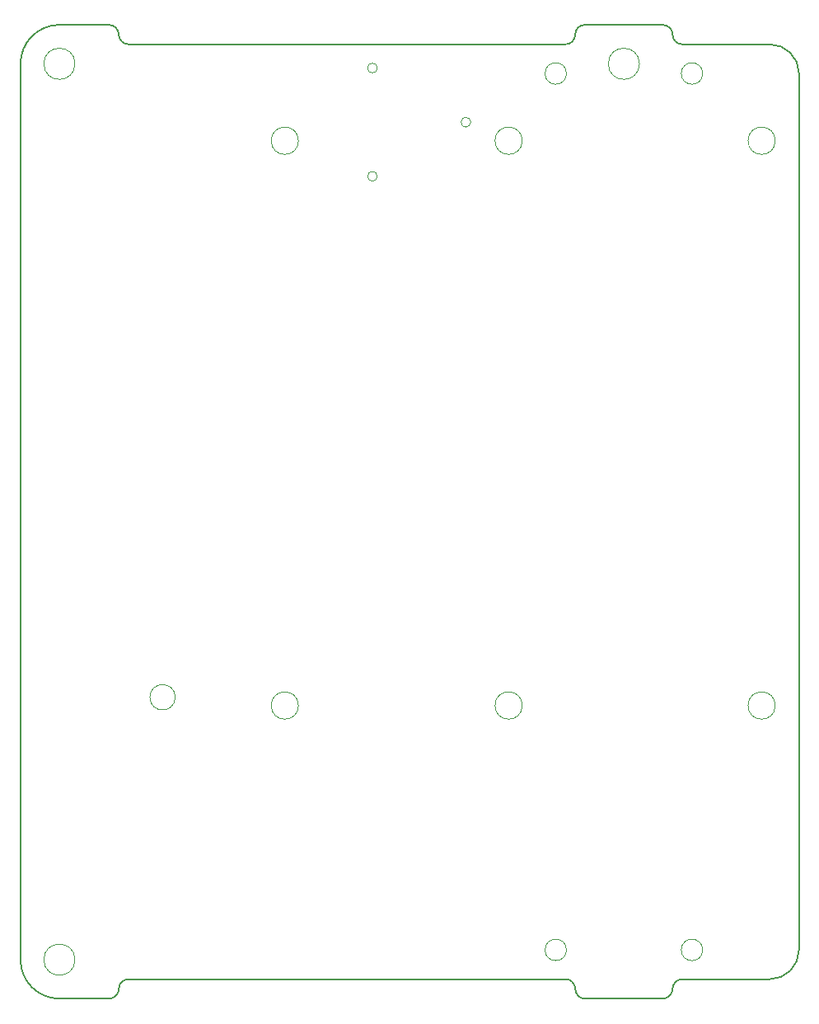
<source format=gbr>
%TF.GenerationSoftware,KiCad,Pcbnew,9.0.0*%
%TF.CreationDate,2025-03-09T08:07:50+03:00*%
%TF.ProjectId,PM_CPU-RP,504d5f43-5055-42d5-9250-2e6b69636164,rev?*%
%TF.SameCoordinates,Original*%
%TF.FileFunction,Profile,NP*%
%FSLAX46Y46*%
G04 Gerber Fmt 4.6, Leading zero omitted, Abs format (unit mm)*
G04 Created by KiCad (PCBNEW 9.0.0) date 2025-03-09 08:07:50*
%MOMM*%
%LPD*%
G01*
G04 APERTURE LIST*
%TA.AperFunction,Profile*%
%ADD10C,0.200000*%
%TD*%
%TA.AperFunction,Profile*%
%ADD11C,0.050000*%
%TD*%
G04 APERTURE END LIST*
D10*
X-28900000Y48000000D02*
G75*
G02*
X-29900000Y49000000I0J1000000D01*
G01*
X17000000Y49000000D02*
G75*
G02*
X18000000Y50000000I1000000J0D01*
G01*
X-28900000Y48000000D02*
X16000000Y48000000D01*
X26000000Y50000000D02*
G75*
G02*
X27000000Y49000000I0J-1000000D01*
G01*
X-36000000Y-50000000D02*
G75*
G02*
X-40000000Y-46000000I0J4000000D01*
G01*
X-36000000Y-50000000D02*
X-30900000Y-50000000D01*
X-29900000Y-49000000D02*
G75*
G02*
X-30900000Y-50000000I-1000000J0D01*
G01*
X-40000000Y46000000D02*
G75*
G02*
X-36000000Y50000000I4000000J0D01*
G01*
X26000000Y50000000D02*
X18000000Y50000000D01*
X27000000Y-49000000D02*
G75*
G02*
X26000000Y-50000000I-1000000J0D01*
G01*
X37000000Y48000000D02*
G75*
G02*
X40000000Y45000000I0J-3000000D01*
G01*
X16000000Y-48000000D02*
X-28900000Y-48000000D01*
X-36000000Y50000000D02*
X-30900000Y50000000D01*
X18000000Y-50000000D02*
X26000000Y-50000000D01*
X40000000Y-45000000D02*
G75*
G02*
X37000000Y-48000000I-3000000J0D01*
G01*
X17000000Y49000000D02*
G75*
G02*
X16000000Y48000000I-1000000J0D01*
G01*
X18000000Y-50000000D02*
G75*
G02*
X17000000Y-49000000I0J1000000D01*
G01*
X37000000Y48000000D02*
X28000000Y48000000D01*
X-40000000Y46000000D02*
X-40000000Y-46000000D01*
X-29900000Y-49000000D02*
G75*
G02*
X-28900000Y-48000000I1000000J0D01*
G01*
X28000000Y-48000000D02*
X37000000Y-48000000D01*
X-30900000Y50000000D02*
G75*
G02*
X-29900000Y49000000I0J-1000000D01*
G01*
X40000000Y45000000D02*
X40000000Y-45000000D01*
X16000000Y-48000000D02*
G75*
G02*
X17000000Y-49000000I0J-1000000D01*
G01*
X28000000Y48000000D02*
G75*
G02*
X27000000Y49000000I0J1000000D01*
G01*
X27000000Y-49000000D02*
G75*
G02*
X28000000Y-48000000I1000000J0D01*
G01*
D11*
%TO.C,J1*%
X-3335000Y45555000D02*
G75*
G02*
X-4335000Y45555000I-500000J0D01*
G01*
X-4335000Y45555000D02*
G75*
G02*
X-3335000Y45555000I500000J0D01*
G01*
X-3335000Y34455000D02*
G75*
G02*
X-4335000Y34455000I-500000J0D01*
G01*
X-4335000Y34455000D02*
G75*
G02*
X-3335000Y34455000I500000J0D01*
G01*
X6265000Y40005000D02*
G75*
G02*
X5265000Y40005000I-500000J0D01*
G01*
X5265000Y40005000D02*
G75*
G02*
X6265000Y40005000I500000J0D01*
G01*
%TO.C,D1*%
X-11440000Y38100000D02*
G75*
G02*
X-14240000Y38100000I-1400000J0D01*
G01*
X-14240000Y38100000D02*
G75*
G02*
X-11440000Y38100000I1400000J0D01*
G01*
X-11440000Y-19900000D02*
G75*
G02*
X-14240000Y-19900000I-1400000J0D01*
G01*
X-14240000Y-19900000D02*
G75*
G02*
X-11440000Y-19900000I1400000J0D01*
G01*
X11560000Y38100000D02*
G75*
G02*
X8760000Y38100000I-1400000J0D01*
G01*
X8760000Y38100000D02*
G75*
G02*
X11560000Y38100000I1400000J0D01*
G01*
X11560000Y-19900000D02*
G75*
G02*
X8760000Y-19900000I-1400000J0D01*
G01*
X8760000Y-19900000D02*
G75*
G02*
X11560000Y-19900000I1400000J0D01*
G01*
X37560000Y38100000D02*
G75*
G02*
X34760000Y38100000I-1400000J0D01*
G01*
X34760000Y38100000D02*
G75*
G02*
X37560000Y38100000I1400000J0D01*
G01*
X37560000Y-19900000D02*
G75*
G02*
X34760000Y-19900000I-1400000J0D01*
G01*
X34760000Y-19900000D02*
G75*
G02*
X37560000Y-19900000I1400000J0D01*
G01*
%TO.C,H3*%
X23600000Y46000000D02*
G75*
G02*
X20400000Y46000000I-1600000J0D01*
G01*
X20400000Y46000000D02*
G75*
G02*
X23600000Y46000000I1600000J0D01*
G01*
%TO.C,SP1*%
X16100000Y45000000D02*
G75*
G02*
X13900000Y45000000I-1100000J0D01*
G01*
X13900000Y45000000D02*
G75*
G02*
X16100000Y45000000I1100000J0D01*
G01*
X16100000Y-45000000D02*
G75*
G02*
X13900000Y-45000000I-1100000J0D01*
G01*
X13900000Y-45000000D02*
G75*
G02*
X16100000Y-45000000I1100000J0D01*
G01*
X30100000Y45000000D02*
G75*
G02*
X27900000Y45000000I-1100000J0D01*
G01*
X27900000Y45000000D02*
G75*
G02*
X30100000Y45000000I1100000J0D01*
G01*
X30100000Y-45000000D02*
G75*
G02*
X27900000Y-45000000I-1100000J0D01*
G01*
X27900000Y-45000000D02*
G75*
G02*
X30100000Y-45000000I1100000J0D01*
G01*
%TO.C,H2*%
X-34400000Y46000000D02*
G75*
G02*
X-37600000Y46000000I-1600000J0D01*
G01*
X-37600000Y46000000D02*
G75*
G02*
X-34400000Y46000000I1600000J0D01*
G01*
%TO.C,H1*%
X-34400000Y-46000000D02*
G75*
G02*
X-37600000Y-46000000I-1600000J0D01*
G01*
X-37600000Y-46000000D02*
G75*
G02*
X-34400000Y-46000000I1600000J0D01*
G01*
%TO.C,U1*%
X-24100000Y-19050000D02*
G75*
G02*
X-26700000Y-19050000I-1300000J0D01*
G01*
X-26700000Y-19050000D02*
G75*
G02*
X-24100000Y-19050000I1300000J0D01*
G01*
%TD*%
M02*

</source>
